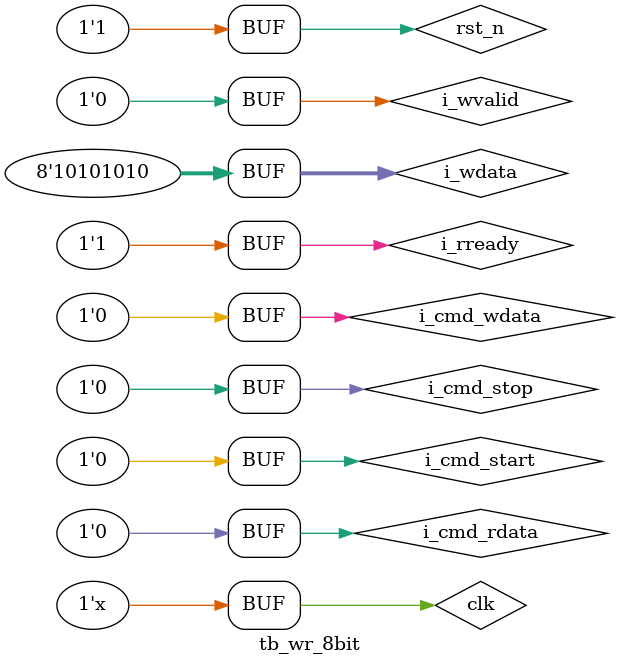
<source format=v>
`timescale 1ns / 1ps


module tb_wr_8bit;

  //
  localparam perid = 10;
  // Parameters
  localparam integer CLK_FREQ = 32;
  localparam integer I2C_FREQ = 1;

  //Ports
  reg        clk;
  reg        rst_n;
  reg        i_cmd_start;
  reg        i_cmd_wdata;
  reg        i_cmd_rdata;
  reg        i_cmd_stop;
  reg        i_wvalid;
  wire       o_wready;
  reg  [7:0] i_wdata;
  wire       o_rvalid;
  reg        i_rready = 1;
  wire [7:0] o_rdata;
  wire       o_busy;
  wire       o_done;
  wire       o_ack;
  reg        scl_i;
  wire       scl_o;
  wire       scl_t;
  reg        sda_i;
  wire       sda_o;
  wire       sda_t;


  always #(perid / 2) clk = !clk;
  initial begin
    clk         = 1;
    rst_n       = 0;
    i_cmd_start = 0;
    i_cmd_wdata = 0;
    i_cmd_rdata = 0;
    i_cmd_stop  = 0;
    i_wvalid    = 0;
    i_wdata     = 8'haa;
    #(perid * 20);
    rst_n = 1;
    #(perid * 20);
    i_cmd_start = 0;
    i_cmd_wdata = 1;
    i_cmd_rdata = 0;
    i_cmd_stop  = 0;
    i_wvalid    = 1;
    i_wdata     = 8'haa;
    #(perid * 2);
    i_cmd_start = 0;
    i_cmd_wdata = 0;
    i_cmd_rdata = 0;
    i_cmd_stop  = 0;
    i_wvalid    = 0;
    i_wdata     = 8'haa;
  end

  i2c_wr_8bit #(
      .CLK_FREQ(CLK_FREQ),
      .I2C_FREQ(I2C_FREQ)
  ) i2c_wr_8bit_inst (
      .clk        (clk),
      .rst_n      (rst_n),
      .i_cmd_start(i_cmd_start),
      .i_cmd_wdata(i_cmd_wdata),
      .i_cmd_rdata(i_cmd_rdata),
      .i_cmd_stop (i_cmd_stop),
      .i_wvalid   (i_wvalid),
      .o_wready   (o_wready),
      .i_wdata    (i_wdata),
      .o_rvalid   (o_rvalid),
      .i_rready   (i_rready),
      .o_rdata    (o_rdata),
      .o_busy     (o_busy),
      .o_done     (o_done),
      .o_ack      (o_ack),
      .scl_i      (scl_i),
      .scl_o      (scl_o),
      .scl_t      (scl_t),
      .sda_i      (sda_i),
      .sda_o      (sda_o),
      .sda_t      (sda_t)
  );



endmodule

</source>
